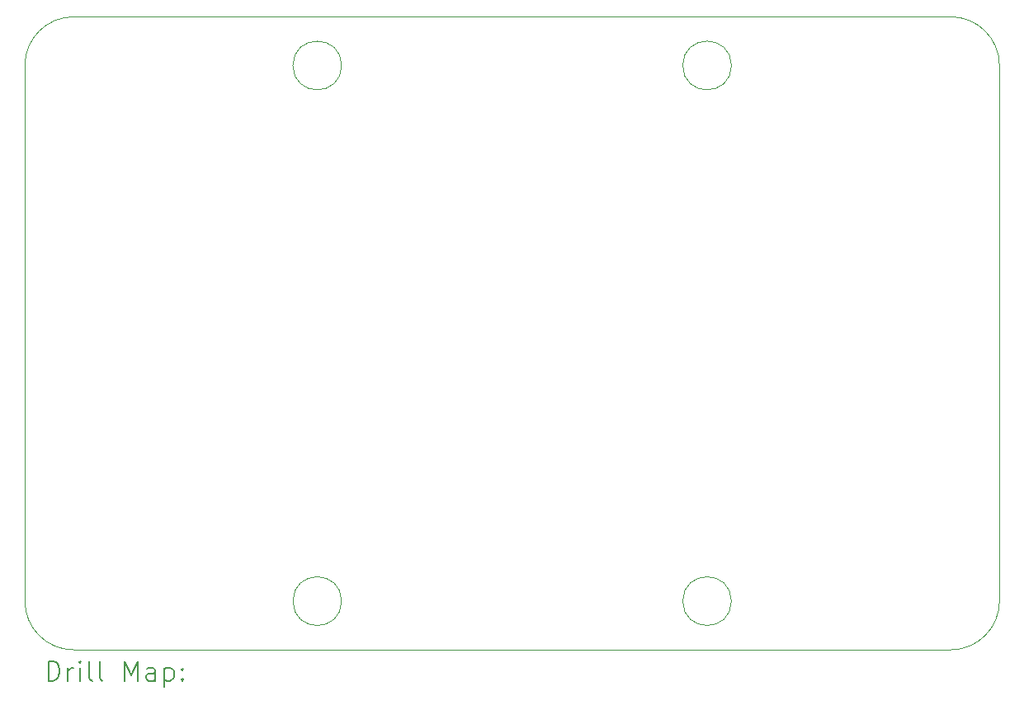
<source format=gbr>
%TF.GenerationSoftware,KiCad,Pcbnew,7.0.1*%
%TF.CreationDate,2023-10-12T07:58:31+02:00*%
%TF.ProjectId,Controller_board,436f6e74-726f-46c6-9c65-725f626f6172,rev?*%
%TF.SameCoordinates,Original*%
%TF.FileFunction,Drillmap*%
%TF.FilePolarity,Positive*%
%FSLAX45Y45*%
G04 Gerber Fmt 4.5, Leading zero omitted, Abs format (unit mm)*
G04 Created by KiCad (PCBNEW 7.0.1) date 2023-10-12 07:58:31*
%MOMM*%
%LPD*%
G01*
G04 APERTURE LIST*
%ADD10C,0.100000*%
%ADD11C,0.200000*%
G04 APERTURE END LIST*
D10*
X7000000Y-8000000D02*
G75*
G03*
X6500000Y-8500000I0J-500000D01*
G01*
X7000000Y-14500000D02*
X16000000Y-14500000D01*
X7000000Y-8000000D02*
X16000000Y-8000000D01*
X16500000Y-8500000D02*
X16500000Y-14000000D01*
X9750000Y-8500000D02*
G75*
G03*
X9750000Y-8500000I-250000J0D01*
G01*
X9750000Y-14000000D02*
G75*
G03*
X9750000Y-14000000I-250000J0D01*
G01*
X13750000Y-8500000D02*
G75*
G03*
X13750000Y-8500000I-250000J0D01*
G01*
X6500000Y-14000000D02*
G75*
G03*
X7000000Y-14500000I500000J0D01*
G01*
X16000000Y-14500000D02*
G75*
G03*
X16500000Y-14000000I0J500000D01*
G01*
X6500000Y-14000000D02*
X6500000Y-8500000D01*
X13750000Y-14000000D02*
G75*
G03*
X13750000Y-14000000I-250000J0D01*
G01*
X16500000Y-8500000D02*
G75*
G03*
X16000000Y-8000000I-500000J0D01*
G01*
D11*
X6742619Y-14817524D02*
X6742619Y-14617524D01*
X6742619Y-14617524D02*
X6790238Y-14617524D01*
X6790238Y-14617524D02*
X6818809Y-14627048D01*
X6818809Y-14627048D02*
X6837857Y-14646095D01*
X6837857Y-14646095D02*
X6847381Y-14665143D01*
X6847381Y-14665143D02*
X6856905Y-14703238D01*
X6856905Y-14703238D02*
X6856905Y-14731809D01*
X6856905Y-14731809D02*
X6847381Y-14769905D01*
X6847381Y-14769905D02*
X6837857Y-14788952D01*
X6837857Y-14788952D02*
X6818809Y-14808000D01*
X6818809Y-14808000D02*
X6790238Y-14817524D01*
X6790238Y-14817524D02*
X6742619Y-14817524D01*
X6942619Y-14817524D02*
X6942619Y-14684190D01*
X6942619Y-14722286D02*
X6952143Y-14703238D01*
X6952143Y-14703238D02*
X6961667Y-14693714D01*
X6961667Y-14693714D02*
X6980714Y-14684190D01*
X6980714Y-14684190D02*
X6999762Y-14684190D01*
X7066428Y-14817524D02*
X7066428Y-14684190D01*
X7066428Y-14617524D02*
X7056905Y-14627048D01*
X7056905Y-14627048D02*
X7066428Y-14636571D01*
X7066428Y-14636571D02*
X7075952Y-14627048D01*
X7075952Y-14627048D02*
X7066428Y-14617524D01*
X7066428Y-14617524D02*
X7066428Y-14636571D01*
X7190238Y-14817524D02*
X7171190Y-14808000D01*
X7171190Y-14808000D02*
X7161667Y-14788952D01*
X7161667Y-14788952D02*
X7161667Y-14617524D01*
X7295000Y-14817524D02*
X7275952Y-14808000D01*
X7275952Y-14808000D02*
X7266428Y-14788952D01*
X7266428Y-14788952D02*
X7266428Y-14617524D01*
X7523571Y-14817524D02*
X7523571Y-14617524D01*
X7523571Y-14617524D02*
X7590238Y-14760381D01*
X7590238Y-14760381D02*
X7656905Y-14617524D01*
X7656905Y-14617524D02*
X7656905Y-14817524D01*
X7837857Y-14817524D02*
X7837857Y-14712762D01*
X7837857Y-14712762D02*
X7828333Y-14693714D01*
X7828333Y-14693714D02*
X7809286Y-14684190D01*
X7809286Y-14684190D02*
X7771190Y-14684190D01*
X7771190Y-14684190D02*
X7752143Y-14693714D01*
X7837857Y-14808000D02*
X7818809Y-14817524D01*
X7818809Y-14817524D02*
X7771190Y-14817524D01*
X7771190Y-14817524D02*
X7752143Y-14808000D01*
X7752143Y-14808000D02*
X7742619Y-14788952D01*
X7742619Y-14788952D02*
X7742619Y-14769905D01*
X7742619Y-14769905D02*
X7752143Y-14750857D01*
X7752143Y-14750857D02*
X7771190Y-14741333D01*
X7771190Y-14741333D02*
X7818809Y-14741333D01*
X7818809Y-14741333D02*
X7837857Y-14731809D01*
X7933095Y-14684190D02*
X7933095Y-14884190D01*
X7933095Y-14693714D02*
X7952143Y-14684190D01*
X7952143Y-14684190D02*
X7990238Y-14684190D01*
X7990238Y-14684190D02*
X8009286Y-14693714D01*
X8009286Y-14693714D02*
X8018809Y-14703238D01*
X8018809Y-14703238D02*
X8028333Y-14722286D01*
X8028333Y-14722286D02*
X8028333Y-14779428D01*
X8028333Y-14779428D02*
X8018809Y-14798476D01*
X8018809Y-14798476D02*
X8009286Y-14808000D01*
X8009286Y-14808000D02*
X7990238Y-14817524D01*
X7990238Y-14817524D02*
X7952143Y-14817524D01*
X7952143Y-14817524D02*
X7933095Y-14808000D01*
X8114048Y-14798476D02*
X8123571Y-14808000D01*
X8123571Y-14808000D02*
X8114048Y-14817524D01*
X8114048Y-14817524D02*
X8104524Y-14808000D01*
X8104524Y-14808000D02*
X8114048Y-14798476D01*
X8114048Y-14798476D02*
X8114048Y-14817524D01*
X8114048Y-14693714D02*
X8123571Y-14703238D01*
X8123571Y-14703238D02*
X8114048Y-14712762D01*
X8114048Y-14712762D02*
X8104524Y-14703238D01*
X8104524Y-14703238D02*
X8114048Y-14693714D01*
X8114048Y-14693714D02*
X8114048Y-14712762D01*
M02*

</source>
